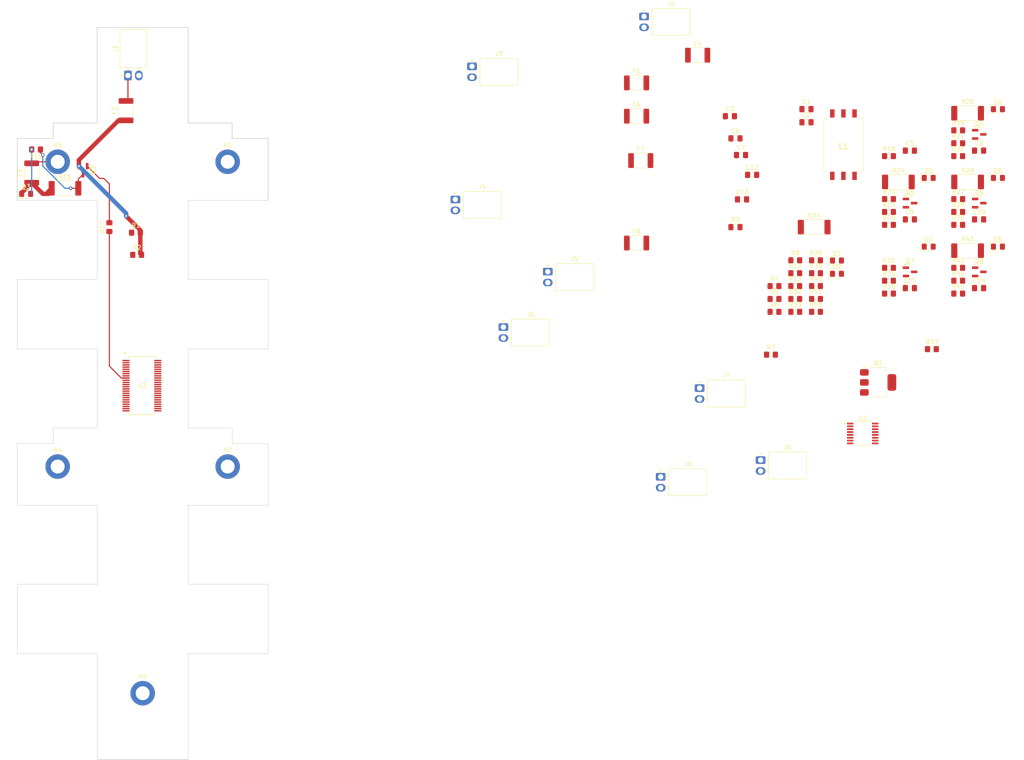
<source format=kicad_pcb>
(kicad_pcb (version 20240108) (generator "pcbnew") (generator_version "8.0")
  (title_block (title "FS-3 Battery Management System Bank Board") (date "2024-09-26") (rev "v1.1"))
  (layers (0 "F.Cu" signal) (31 "B.Cu" signal) (34 "B.Paste" user) (35 "F.Paste" user) (36 "B.SilkS" user "B.Silkscreen") (37 "F.SilkS" user "F.Silkscreen") (38 "B.Mask" user) (39 "F.Mask" user) (44 "Edge.Cuts" user))
  (net 0 "")
  (net 1 "Net-(F3-Pad2)")
  (net 2 "Net-(F4-Pad2)")
  (net 3 "Net-(F5-Pad2)")
  (net 4 "Net-(F6-Pad2)")
  (net 5 "Net-(F7-Pad2)")
  (net 6 "Net-(C1-Pad1)")
  (net 7 "V-")
  (net 8 "/C0")
  (net 9 "VREG")
  (net 10 "/C8")
  (net 11 "/C9-12")
  (net 12 "Net-(U3-VREF2)")
  (net 13 "Net-(U3-VREF1)")
  (net 14 "/C7")
  (net 15 "/C3")
  (net 16 "/C2")
  (net 17 "/C1")
  (net 18 "Net-(C12-Pad2)")
  (net 19 "IsoSPI_N")
  (net 20 "Net-(C13-Pad1)")
  (net 21 "Net-(D1-A)")
  (net 22 "Net-(D3-A)")
  (net 23 "/BB4/B#+1")
  (net 24 "/BB3/B#+1")
  (net 25 "Net-(D4-A)")
  (net 26 "Net-(D5-A)")
  (net 27 "/BB2/B#+1")
  (net 28 "/BB1/B#+1")
  (net 29 "Net-(D6-A)")
  (net 30 "Net-(D7-A)")
  (net 31 "/BB0/B#+1")
  (net 32 "Net-(D8-A)")
  (net 33 "Net-(D9-A)")
  (net 34 "Net-(D9-K)")
  (net 35 "Net-(J1-Pin_1)")
  (net 36 "/BB5/B#+1")
  (net 37 "Net-(J1-Pin_2)")
  (net 38 "/extIsoSPI_N")
  (net 39 "/extIsoSPI_P")
  (net 40 "Net-(J4-Pin_2)")
  (net 41 "Net-(J5-Pin_2)")
  (net 42 "Net-(J6-Pin_2)")
  (net 43 "Net-(J7-Pin_2)")
  (net 44 "Net-(J8-Pin_2)")
  (net 45 "Net-(J9-Pin_2)")
  (net 46 "Net-(L1-Pad3)")
  (net 48 "IsoSPI_P")
  (net 49 "Net-(L1-Pad1)")
  (net 50 "/DRV")
  (net 51 "Net-(Q3-D)")
  (net 52 "Net-(Q3-G)")
  (net 53 "Net-(Q4-D)")
  (net 54 "Net-(Q4-G)")
  (net 55 "Net-(Q5-G)")
  (net 56 "Net-(Q5-D)")
  (net 57 "Net-(Q6-D)")
  (net 58 "Net-(Q6-G)")
  (net 59 "Net-(Q7-G)")
  (net 60 "Net-(Q7-D)")
  (net 61 "Net-(Q8-D)")
  (net 62 "Net-(Q8-G)")
  (net 63 "/V+")
  (net 64 "A2")
  (net 65 "Net-(R5-Pad2)")
  (net 66 "A1")
  (net 67 "A0")
  (net 68 "ICMP")
  (net 69 "IBIAS")
  (net 70 "/S9")
  (net 71 "/S8")
  (net 72 "/S7")
  (net 73 "/S3")
  (net 74 "TEMP")
  (net 75 "/S2")
  (net 76 "MUX_A0")
  (net 77 "MUX_A1")
  (net 78 "MUX_A2")
  (net 79 "/S1")
  (footprint "Resistor_SMD:R_0805_2012Metric_Pad1.20x1.40mm_HandSolder" (layer "F.Cu") (at 204.89 90.52)
    (property "Reference" "R51")
    (property "Value" "160")
  )
  (footprint "Capacitor_SMD:C_0805_2012Metric_Pad1.18x1.45mm_HandSolder" (layer "F.Cu") (at 187.96 64.77)
    (property "Reference" "C13")
    (property "Value" "10nF")
  )
  (footprint "Fuse:Fuse_1812_4532Metric_Pad1.30x3.40mm_HandSolder" (layer "F.Cu") (at 163.83 38.1)
    (property "Reference" "F5")
    (property "Value" "Polyfuse")
  )
  (footprint "Package_TO_SOT_SMD:SOT-23" (layer "F.Cu") (at 242.25 65.625)
    (property "Reference" "Q6")
    (property "Value" "BSS308PE")
  )
  (footprint "MountingHole:MountingHole_3.2mm_M3_DIN965_Pad" (layer "F.Cu") (at 31.3495 56.155)
    (property "Reference" "H5")
    (property "Value" "MountingHole_Pad")
  )
  (footprint "Resistor_SMD:R_0805_2012Metric_Pad1.20x1.40mm_HandSolder" (layer "F.Cu") (at 200.14 84.62)
    (property "Reference" "R13")
    (property "Value" "680")
  )
  (footprint "Connector_Molex:Molex_Nano-Fit_105313-xx02_1x02_P2.50mm_Horizontal" (layer "F.Cu") (at 47.43 36.39 90)
    (property "Reference" "J1")
    (property "Value" "Conn_01x02_Pin")
  )
  (footprint "Connector_Molex:Molex_Nano-Fit_105313-xx02_1x02_P2.50mm_Horizontal" (layer "F.Cu") (at 169.35 128.29)
    (property "Reference" "J9")
    (property "Value" "~")
  )
  (footprint "Resistor_SMD:R_0805_2012Metric_Pad1.20x1.40mm_HandSolder" (layer "F.Cu") (at 26.4 53.34 180)
    (property "Reference" "R15")
    (property "Value" "120")
  )
  (footprint "Package_TO_SOT_SMD:SOT-23" (layer "F.Cu") (at 226.41 81.365)
    (property "Reference" "Q7")
    (property "Value" "BSS308PE")
  )
  (footprint "Resistor_SMD:R_0805_2012Metric_Pad1.20x1.40mm_HandSolder" (layer "F.Cu") (at 204.89 84.62)
    (property "Reference" "R40")
    (property "Value" "22")
  )
  (footprint "Package_TO_SOT_SMD:SOT-223" (layer "F.Cu") (at 219.1 106.68)
    (property "Reference" "Q1")
    (property "Value" "NSV1C201MZ4")
  )
  (footprint "Resistor_SMD:R_0805_2012Metric_Pad1.20x1.40mm_HandSolder" (layer "F.Cu") (at 195.39 87.57)
    (property "Reference" "R5")
    (property "Value" "200")
  )
  (footprint "Connector_Molex:Molex_Nano-Fit_105313-xx02_1x02_P2.50mm_Horizontal" (layer "F.Cu") (at 133.35 94.02)
    (property "Reference" "J6")
    (property "Value" "~")
  )
  (footprint "Resistor_SMD:R_0805_2012Metric_Pad1.20x1.40mm_HandSolder" (layer "F.Cu") (at 221.59 70.6)
    (property "Reference" "R26")
    (property "Value" "100")
  )
  (footprint "Capacitor_SMD:C_0805_2012Metric_Pad1.18x1.45mm_HandSolder" (layer "F.Cu") (at 187.7275 54.61)
    (property "Reference" "C7")
    (property "Value" "1uF")
  )
  (footprint "Resistor_SMD:R_0805_2012Metric_Pad1.20x1.40mm_HandSolder" (layer "F.Cu") (at 221.59 86.34)
    (property "Reference" "R36")
    (property "Value" "100")
  )
  (footprint "Resistor_SMD:R_0805_2012Metric_Pad1.20x1.40mm_HandSolder" (layer "F.Cu") (at 195.39 84.62)
    (property "Reference" "R4")
    (property "Value" "10k")
  )
  (footprint "Resistor_SMD:R_0805_2012Metric_Pad1.20x1.40mm_HandSolder" (layer "F.Cu") (at 194.58 100.33)
    (property "Reference" "R7")
    (property "Value" "10k")
  )
  (footprint "Resistor_SMD:R_0805_2012Metric_Pad1.20x1.40mm_HandSolder" (layer "F.Cu") (at 221.59 83.39)
    (property "Reference" "R35")
    (property "Value" "3.3k")
  )
  (footprint "Resistor_SMD:R_0805_2012Metric_Pad1.20x1.40mm_HandSolder" (layer "F.Cu") (at 237.43 86.34)
    (property "Reference" "R45")
    (property "Value" "100")
  )
  (footprint "Connector_Molex:Molex_Nano-Fit_105313-xx02_1x02_P2.50mm_Horizontal" (layer "F.Cu") (at 122.36 64.79)
    (property "Reference" "J4")
    (property "Value" "~")
  )
  (footprint "Capacitor_SMD:C_0805_2012Metric_Pad1.18x1.45mm_HandSolder" (layer "F.Cu") (at 202.71 44.1)
    (property "Reference" "C1")
    (property "Value" "100nF")
  )
  (footprint "Resistor_SMD:R_2512_6332Metric_Pad1.40x3.35mm_HandSolder" (layer "F.Cu") (at 239.58 45.04)
    (property "Reference" "R20")
    (property "Value" "33")
  )
  (footprint "Resistor_SMD:R_0805_2012Metric_Pad1.20x1.40mm_HandSolder" (layer "F.Cu") (at 49.53 77.47)
    (property "Reference" "R2")
    (property "Value" "100")
  )
  (footprint "Resistor_SMD:R_0805_2012Metric_Pad1.20x1.40mm_HandSolder" (layer "F.Cu") (at 237.43 54.86)
    (property "Reference" "R22")
    (property "Value" "100")
  )
  (footprint "Resistor_SMD:R_0805_2012Metric_Pad1.20x1.40mm_HandSolder" (layer "F.Cu") (at 204.89 81.67)
    (property "Reference" "R39")
    (property "Value" "10k")
  )
  (footprint "Resistor_SMD:R_0805_2012Metric_Pad1.20x1.40mm_HandSolder" (layer "F.Cu") (at 237.43 83.39)
    (property "Reference" "R44")
    (property "Value" "3.3k")
  )
  (footprint "Fuse:Fuse_1812_4532Metric_Pad1.30x3.40mm_HandSolder" (layer "F.Cu") (at 177.8 31.75)
    (property "Reference" "F4")
    (property "Value" "Polyfuse")
  )
  (footprint "Resistor_SMD:R_0805_2012Metric_Pad1.20x1.40mm_HandSolder" (layer "F.Cu") (at 237.43 51.91)
    (property "Reference" "R21")
    (property "Value" "3.3k")
  )
  (footprint "Fuse:Fuse_1812_4532Metric_Pad1.30x3.40mm_HandSolder" (layer "F.Cu") (at 163.83 74.77)
    (property "Reference" "F8")
    (property "Value" "Polyfuse")
  )
  (footprint "Resistor_SMD:R_0805_2012Metric_Pad1.20x1.40mm_HandSolder" (layer "F.Cu") (at 237.43 64.7)
    (property "Reference" "R27")
    (property "Value" "120")
  )
  (footprint "Fuse:Fuse_1812_4532Metric_Pad1.30x3.40mm_HandSolder" (layer "F.Cu") (at 25.4 58.735 90)
    (property "Reference" "F3")
    (property "Value" "Polyfuse")
  )
  (footprint "Resistor_SMD:R_0805_2012Metric_Pad1.20x1.40mm_HandSolder" (layer "F.Cu") (at 231.41 99.06)
    (property "Reference" "R37")
    (property "Value" "10k")
  )
  (footprint "Capacitor_SMD:C_0805_2012Metric_Pad1.18x1.45mm_HandSolder" (layer "F.Cu") (at 242.21 69.35)
    (property "Reference" "C10")
    (property "Value" "10nF")
  )
  (footprint "Connector_Molex:Molex_Nano-Fit_105313-xx02_1x02_P2.50mm_Horizontal" (layer "F.Cu") (at 192.21 124.48)
    (property "Reference" "J8")
    (property "Value" "~")
  )
  (footprint "Connector_Molex:Molex_Nano-Fit_105313-xx02_1x02_P2.50mm_Horizontal" (layer "F.Cu") (at 126.17 34.31)
    (property "Reference" "J3")
    (property "Value" "IsoSPI")
  )
  (footprint "LED_SMD:LED_0805_2012Metric_Pad1.15x1.40mm_HandSolder" (layer "F.Cu") (at 246.525 44.115)
    (property "Reference" "D4")
    (property "Value" "LH R974-LP-1")
  )
  (footprint "Capacitor_SMD:C_0805_2012Metric_Pad1.18x1.45mm_HandSolder" (layer "F.Cu") (at 242.21 53.61)
    (property "Reference" "C8")
    (property "Value" "10nF")
  )
  (footprint "Capacitor_SMD:C_0805_2012Metric_Pad1.18x1.45mm_HandSolder" (layer "F.Cu") (at 226.37 69.35)
    (property "Reference" "C9")
    (property "Value" "10nF")
  )
  (footprint "Resistor_SMD:R_0805_2012Metric_Pad1.20x1.40mm_HandSolder" (layer "F.Cu") (at 221.59 80.44)
    (property "Reference" "R31")
    (property "Value" "120")
  )
  (footprint "Resistor_SMD:R_0805_2012Metric_Pad1.20x1.40mm_HandSolder" (layer "F.Cu") (at 237.43 48.96)
    (property "Reference" "R19")
    (property "Value" "120")
  )
  (footprint "Fuse:Fuse_1812_4532Metric_Pad1.30x3.40mm_HandSolder" (layer "F.Cu") (at 163.83 45.72)
    (property "Reference" "F6")
    (property "Value" "Polyfuse")
  )
  (footprint "Resistor_SMD:R_0805_2012Metric_Pad1.20x1.40mm_HandSolder" (layer "F.Cu") (at 237.43 70.6)
    (property "Reference" "R30")
    (property "Value" "100")
  )
  (footprint "FS_3_Global_Footprint_Library:HM2113ZNLT" (layer "F.Cu") (at 211.165 52.235)
    (property "Reference" "L1")
    (property "Value" "HM2113ZNL" (hide yes))
  )
  (footprint "Resistor_SMD:R_0805_2012Metric_Pad1.20x1.40mm_HandSolder" (layer "F.Cu") (at 221.59 54.86)
    (property "Reference" "R18")
    (property "Value" "100")
  )
  (footprint "Resistor_SMD:R_0805_2012Metric_Pad1.20x1.40mm_HandSolder" (layer "F.Cu") (at 195.39 90.52)
    (property "Reference" "R6")
    (property "Value" "160")
  )
  (footprint "Connector_Molex:Molex_Nano-Fit_105313-xx02_1x02_P2.50mm_Horizontal" (layer "F.Cu") (at 178.24 107.99)
    (property "Reference" "J7")
    (property "Value" "~")
  )
  (footprint "Resistor_SMD:R_2512_6332Metric_Pad1.40x3.35mm_HandSolder" (layer "F.Cu") (at 239.58 60.78)
    (property "Reference" "R28")
    (property "Value" "33")
  )
  (footprint "Resistor_SMD:R_0805_2012Metric_Pad1.20x1.40mm_HandSolder" (layer "F.Cu") (at 200.14 81.67)
    (property "Reference" "R12")
    (property "Value" "1.5k")
  )
  (footprint "Resistor_SMD:R_2512_6332Metric_Pad1.40x3.35mm_HandSolder" (layer "F.Cu") (at 239.58 76.52)
    (property "Reference" "R43")
    (property "Value" "33")
  )
  (footprint "Resistor_SMD:R_0805_2012Metric_Pad1.20x1.40mm_HandSolder" (layer "F.Cu") (at 221.59 64.7)
    (property "Reference" "R23")
    (property "Value" "120")
  )
  (footprint "Connector_Molex:Molex_Nano-Fit_105313-xx02_1x02_P2.50mm_Horizontal" (layer "F.Cu") (at 143.51 81.32)
    (property "Reference" "J5")
    (property "Value" "~")
  )
  (footprint "Package_TO_SOT_SMD:SOT-23" (layer "F.Cu") (at 242.25 49.885)
    (property "Reference" "Q4")
    (property "Value" "BSS308PE")
  )
  (footprint "Package_SO:TSSOP-16_4.4x5mm_P0.65mm" (layer "F.Cu") (at 215.5775 118.375)
    (property "Reference" "U2")
    (property "Value" "ADG708")
  )
  (footprint "Resistor_SMD:R_0805_2012Metric_Pad1.20x1.40mm_HandSolder" (layer "F.Cu") (at 200.14 78.72)
    (property "Reference" "R8")
    (property "Value" "10k")
  )
  (footprint "Resistor_SMD:R_2512_6332Metric_Pad1.40x3.35mm_HandSolder" (layer "F.Cu") (at 33.02 62.23)
    (property "Reference" "R16")
    (property "Value" "33")
  )
  (footprint "Connector_Molex:Molex_Nano-Fit_105313-xx02_1x02_P2.50mm_Horizontal" (layer "F.Cu") (at 165.54 22.88)
    (property "Reference" "J2")
    (property "Value" "IsoSPI")
  )
  (footprint "LED_SMD:LED_0805_2012Metric_Pad1.15x1.40mm_HandSolder" (layer "F.Cu") (at 230.685 75.595)
    (property "Reference" "D7")
    (property "Value" "LH R974-LP-1")
  )
  (footprint "FS_3_Global_Footprint_Library:LTC6811-2" (layer "F.Cu") (at 50.6222 107.430001)
    (property "Reference" "U3")
    (property "Value" "LTC6811IG-2-TRPBF")
  )
  (footprint "Resistor_SMD:R_2512_6332Metric_Pad1.40x3.35mm_HandSolder" (layer "F.Cu") (at 223.74 60.78)
    (property "Reference" "R24")
    (property "Value" "33")
  )
  (footprint "Capacitor_SMD:C_0805_2012Metric_Pad1.18x1.45mm_HandSolder" (layer "F.Cu") (at 186.4575 50.8)
    (property "Reference" "C6")
    (property "Value" "1uF")
  )
  (footprint "Resistor_SMD:R_0805_2012Metric_Pad1.20x1.40mm_HandSolder" (layer "F.Cu") (at 221.59 67.65)
    (property "Reference" "R25")
    (property "Value" "3.3k")
  )
  (footprint "Capacitor_SMD:C_0805_2012Metric_Pad1.18x1.45mm_HandSolder" (layer "F.Cu") (at 242.21 85.09)
    (property "Reference" "C14")
    (property "Value" "10nF")
  )
  (footprint "Resistor_SMD:R_0805_2012Metric_Pad1.20x1.40mm_HandSolder" (layer "F.Cu") (at 49.26 72.39)
    (property "Reference" "R1")
    (property "Value" "100")
  )
  (footprint "Resistor_SMD:R_0805_2012Metric_Pad1.20x1.40mm_HandSolder" (layer "F.Cu") (at 200.14 87.57)
    (property "Reference" "R32")
    (property "Value" "402")
  )
  (footprint "Package_TO_SOT_SMD:SOT-23" (layer "F.Cu") (at 37.15 58.0875 -90)
    (property "Reference" "Q3")
    (property "Value" "BSS308PE")
  )
  (footprint "Package_TO_SOT_SMD:SOT-23" (layer "F.Cu") (at 226.41 65.625)
    (property "Reference" "Q5")
    (property "Value" "BSS308PE")
  )
  (footprint "LED_SMD:LED_0805_2012Metric_Pad1.15x1.40mm_HandSolder" (layer "F.Cu") (at 24.13 63.5)
    (property "Reference" "D3")
    (property "Value" "LH R974-LP-1")
  )
  (footprint "Resistor_SMD:R_2512_6332Metric_Pad1.40x3.35mm_HandSolder" (layer "F.Cu") (at 204.47 71.12)
    (property "Reference" "R34")
    (property "Value" "33")
  )
  (footprint "MountingHole:MountingHole_3.2mm_M3_DIN965_Pad" (layer "F.Cu") (at 70.2505 56.155)
    (property "Reference" "H1")
    (property "Value" "MountingHole_Pad")
  )
  (footprint "Capacitor_SMD:C_0805_2012Metric_Pad1.18x1.45mm_HandSolder" (layer "F.Cu") (at 226.37 85.09)
    (property "Reference" "C11")
    (property "Value" "10nF")
  )
  (footprint "Fuse:Fuse_1812_4532Metric_Pad1.30x3.40mm_HandSolder" (layer "F.Cu") (at 46.99 44.45 90)
    (property "Reference" "F2")
    (property "Value" "Polyfuse")
  )
  (footprint "LED_SMD:LED_0805_2012Metric_Pad1.15x1.40mm_HandSolder" (layer "F.Cu") (at 246.525 75.595)
    (property "Reference" "D8")
    (property "Value" "LH R974-LP-1")
  )
  (footprint "LED_SMD:LED_0805_2012Metric_Pad1.15x1.40mm_HandSolder" (layer "F.Cu") (at 209.685 81.805)
    (property "Reference" "D9")
    (property "Value" "LH R974-LP-1")
  )
  (footprint "Resistor_SMD:R_0805_2012Metric_Pad1.20x1.40mm_HandSolder" (layer "F.Cu") (at 237.43 80.44)
    (property "Reference" "R42")
    (property "Value" "120")
  )
  (footprint "LED_SMD:LED_0805_2012Metric_Pad1.15x1.40mm_HandSolder" (layer "F.Cu") (at 246.525 59.855)
    (property "Reference" "D6")
    (property "Value" "LH R974-LP-1")
  )
  (footprint "Package_TO_SOT_SMD:SOT-23" (layer "F.Cu") (at 242.25 81.365)
    (property "Reference" "Q8")
    (property "Value" "BSS308PE")
  )
  (footprint "Resistor_SMD:R_0805_2012Metric_Pad1.20x1.40mm_HandSolder" (layer "F.Cu") (at 204.89 87.57)
    (property "Reference" "R41")
    (property "Value" "22")
  )
  (footprint "Capacitor_SMD:C_0805_2012Metric_Pad1.18x1.45mm_HandSolder" (layer "F.Cu") (at 226.37 53.61)
    (property "Reference" "C5")
    (property "Value" "10nF")
  )
  (footprint "Resistor_SMD:R_0805_2012Metric_Pad1.20x1.40mm_HandSolder" (layer "F.Cu") (at 204.89 78.72)
    (property "Reference" "R38")
    (property "Value" "10k")
  )
  (footprint "Capacitor_SMD:C_0805_2012Metric_Pad1.18x1.45mm_HandSolder" (layer "F.Cu") (at 186.4575 71.12)
    (property "Reference" "R3")
    (property "Value" "100")
  )
  (footprint "LED_SMD:LED_0805_2012Metric_Pad1.15x1.40mm_HandSolder" (layer "F.Cu") (at 209.685 78.765)
    (property "Reference" "D1")
    (property "Value" "LH R974-LP-1")
  )
  (footprint "MountingHole:MountingHole_3.2mm_M3_DIN965_Pad" (layer "F.Cu") (at 70.2505 125.955)
    (property "Reference" "H2")
    (property "Value" "MountingHole_Pad")
  )
  (footprint "Capacitor_SMD:C_0805_2012Metric_Pad1.18x1.45mm_HandSolder" (layer "F.Cu") (at 190.2675 59.15)
    (property "Reference" "C12")
    (property "Value" "15pF")
  )
  (footprint "MountingHole:MountingHole_3.2mm_M3_DIN965_Pad" (layer "F.Cu") (at 50.7995 177.855)
    (property "Reference" "H3")
    (property "Value" "MountingHole_Pad")
  )
  (footprint "Resistor_SMD:R_0805_2012Metric_Pad1.20x1.40mm_HandSolder" (layer "F.Cu") (at 200.14 90.52)
    (property "Reference" "R33")
    (property "Value" "2.2k")
  )
  (footprint "MountingHole:MountingHole_3.2mm_M3_DIN965_Pad" (layer "F.Cu") (at 31.3495 125.955)
    (property "Reference" "H4")
    (property "Value" "MountingHole_Pad")
  )
  (footprint "Resistor_SMD:R_0805_2012Metric_Pad1.20x1.40mm_HandSolder" (layer "F.Cu") (at 43.18 71.12 90)
    (property "Reference" "R17")
    (property "Value" "3.3k")
  )
  (footprint "Capacitor_SMD:C_0805_2012Metric_Pad1.18x1.45mm_HandSolder" (layer "F.Cu") (at 185.1875 45.72)
    (property "Reference" "C3")
    (property "Value" "1uF")
  )
  (footprint "Resistor_SMD:R_0805_2012Metric_Pad1.20x1.40mm_HandSolder" (layer "F.Cu") (at 237.43 67.65)
    (property "Reference" "R29")
    (property "Value" "3.3k")
  )
  (footprint "Fuse:Fuse_1812_4532Metric_Pad1.30x3.40mm_HandSolder" (layer "F.Cu") (at 164.785 55.88)
    (property "Reference" "F7")
    (property "Value" "Polyfuse")
  )
  (footprint "LED_SMD:LED_0805_2012Metric_Pad1.15x1.40mm_HandSolder" (layer "F.Cu") (at 230.685 59.855)
    (property "Reference" "D5")
    (property "Value" "LH R974-LP-1")
  )
  (footprint "Capacitor_SMD:C_0805_2012Metric_Pad1.18x1.45mm_HandSolder" (layer "F.Cu") (at 202.71 47.11)
    (property "Reference" "C2")
    (property "Value" "10nF")
  )
  (gr_line (start 22.0895 65.015) (end 40.3895 65.015) (stroke (width 0.1)) (layer "Edge.Cuts"))
  (gr_line (start 40.3895 25.4) (end 61.2105 25.4) (stroke (width 0.15)) (layer "Edge.Cuts"))
  (gr_line (start 79.5105 65.015) (end 61.2105 65.015) (stroke (width 0.1)) (layer "Edge.Cuts"))
  (gr_line (start 40.3895 65.015) (end 40.3895 83.095) (stroke (width 0.1)) (layer "Edge.Cuts"))
  (gr_line (start 22.0895 152.895) (end 40.3895 152.895) (stroke (width 0.1)) (layer "Edge.Cuts"))
  (gr_line (start 61.2105 65.015) (end 61.2105 83.095) (stroke (width 0.1)) (layer "Edge.Cuts"))
  (gr_line (start 40.3895 25.4) (end 40.3895 47.295) (stroke (width 0.15)) (layer "Edge.Cuts"))
  (gr_line (start 30.3195 120.702) (end 22.0895 120.702) (stroke (width 0.1)) (layer "Edge.Cuts"))
  (gr_line (start 22.0895 50.826) (end 22.0895 65.015) (stroke (width 0.15)) (layer "Edge.Cuts"))
  (gr_line (start 61.2105 168.815) (end 79.5105 168.815) (stroke (width 0.1)) (layer "Edge.Cuts"))
  (gr_line (start 22.0895 168.815) (end 22.0895 152.895) (stroke (width 0.1)) (layer "Edge.Cuts"))
  (gr_line (start 61.2105 117.095) (end 71.2805 117.095) (stroke (width 0.1)) (layer "Edge.Cuts"))
  (gr_line (start 22.0895 99.015) (end 40.3895 99.015) (stroke (width 0.1)) (layer "Edge.Cuts"))
  (gr_line (start 40.3895 117.095) (end 30.3195 117.095) (stroke (width 0.1)) (layer "Edge.Cuts"))
  (gr_line (start 30.3195 117.095) (end 30.3195 120.702) (stroke (width 0.1)) (layer "Edge.Cuts"))
  (gr_line (start 71.2805 50.826) (end 79.5105 50.826) (stroke (width 0.15)) (layer "Edge.Cuts"))
  (gr_line (start 79.5105 120.702) (end 79.5105 134.815) (stroke (width 0.1)) (layer "Edge.Cuts"))
  (gr_line (start 71.2805 120.702) (end 79.5105 120.702) (stroke (width 0.1)) (layer "Edge.Cuts"))
  (gr_line (start 79.5105 99.015) (end 61.2105 99.015) (stroke (width 0.1)) (layer "Edge.Cuts"))
  (gr_line (start 40.3895 134.815) (end 40.3895 152.895) (stroke (width 0.1)) (layer "Edge.Cuts"))
  (gr_line (start 30.3195 50.826) (end 30.3195 47.295) (stroke (width 0.15)) (layer "Edge.Cuts"))
  (gr_line (start 79.5105 50.826) (end 79.5105 65.015) (stroke (width 0.15)) (layer "Edge.Cuts"))
  (gr_line (start 71.2805 47.295) (end 61.2105 47.295) (stroke (width 0.15)) (layer "Edge.Cuts"))
  (gr_line (start 40.3895 99.015) (end 40.3895 117.095) (stroke (width 0.1)) (layer "Edge.Cuts"))
  (gr_line (start 40.3895 168.815) (end 22.0895 168.815) (stroke (width 0.1)) (layer "Edge.Cuts"))
  (gr_line (start 79.5105 134.815) (end 61.2105 134.815) (stroke (width 0.1)) (layer "Edge.Cuts"))
  (gr_line (start 71.2805 50.826) (end 71.2805 47.295) (stroke (width 0.15)) (layer "Edge.Cuts"))
  (gr_line (start 79.5105 83.095) (end 79.5105 99.015) (stroke (width 0.1)) (layer "Edge.Cuts"))
  (gr_line (start 22.0895 134.815) (end 40.3895 134.815) (stroke (width 0.1)) (layer "Edge.Cuts"))
  (gr_line (start 40.3895 83.095) (end 22.0895 83.095) (stroke (width 0.1)) (layer "Edge.Cuts"))
  (gr_line (start 61.2105 193.065) (end 61.2105 168.815) (stroke (width 0.1)) (layer "Edge.Cuts"))
  (gr_line (start 40.3895 193.065) (end 40.3895 168.815) (stroke (width 0.1)) (layer "Edge.Cuts"))
  (gr_line (start 61.2105 99.015) (end 61.2105 117.095) (stroke (width 0.1)) (layer "Edge.Cuts"))
  (gr_line (start 40.3895 193.065) (end 61.2105 193.065) (stroke (width 0.15)) (layer "Edge.Cuts"))
  (gr_line (start 30.3195 50.826) (end 22.0895 50.826) (stroke (width 0.15)) (layer "Edge.Cuts"))
  (gr_line (start 79.5105 168.815) (end 79.5105 152.895) (stroke (width 0.1)) (layer "Edge.Cuts"))
  (gr_line (start 71.2805 117.095) (end 71.2805 120.702) (stroke (width 0.1)) (layer "Edge.Cuts"))
  (gr_line (start 79.5105 152.895) (end 61.2105 152.895) (stroke (width 0.1)) (layer "Edge.Cuts"))
  (gr_line (start 22.0895 120.702) (end 22.0895 134.815) (stroke (width 0.1)) (layer "Edge.Cuts"))
  (gr_line (start 30.3195 47.295) (end 40.3895 47.295) (stroke (width 0.15)) (layer "Edge.Cuts"))
  (gr_line (start 22.0895 83.095) (end 22.0895 99.015) (stroke (width 0.1)) (layer "Edge.Cuts"))
  (gr_line (start 61.2105 83.095) (end 79.5105 83.095) (stroke (width 0.1)) (layer "Edge.Cuts"))
  (gr_line (start 61.2105 134.815) (end 61.2105 152.895) (stroke (width 0.1)) (layer "Edge.Cuts"))
  (gr_line (start 61.2105 25.4) (end 61.2105 47.295) (stroke (width 0.15)) (layer "Edge.Cuts"))
  (segment (start 25.755 56.155) (end 25.4 56.51) (width 0.25) (layer "F.Cu") (net 1))
  (segment (start 31.3495 56.155) (end 25.755 56.155) (width 0.25) (layer "F.Cu") (net 1))
  (via (at 25.4 53.34) (size 0.8) (drill 0.4) (layers "F.Cu" "B.Cu") (net 22))
  (via (at 25.4 53.34) (size 0.8) (drill 0.4) (layers "F.Cu" "B.Cu") (net 22))
  (via (at 25.4 53.34) (size 0.8) (drill 0.4) (layers "F.Cu" "B.Cu") (net 22))
  (via (at 25.4 53.34) (size 0.8) (drill 0.4) (layers "F.Cu" "B.Cu") (net 22))
  (segment (start 25.4 53.34) (end 25.4 63.5) (width 0.25) (layer "B.Cu") (net 22))
  (segment (start 25.4 60.96) (end 27.94 63.5) (width 1) (layer "F.Cu") (net 23))
  (segment (start 23.105 63.5) (end 23.105 63.255) (width 1) (layer "F.Cu") (net 23))
  (segment (start 29.21 62.99) (end 29.97 62.23) (width 1) (layer "F.Cu") (net 23))
  (segment (start 23.105 63.255) (end 25.4 60.96) (width 1) (layer "F.Cu") (net 23))
  (segment (start 27.94 63.5) (end 29.21 63.5) (width 1) (layer "F.Cu") (net 23))
  (segment (start 29.21 63.5) (end 29.21 62.99) (width 1) (layer "F.Cu") (net 23))
  (segment (start 47.43 41.785) (end 46.99 42.225) (width 0.25) (layer "F.Cu") (net 35))
  (segment (start 47.43 36.39) (end 47.43 41.785) (width 0.25) (layer "F.Cu") (net 35))
  (segment (start 45.29 46.675) (end 36.2 55.765) (width 1) (layer "F.Cu") (net 36))
  (segment (start 50.26 77.2) (end 50.53 77.47) (width 1) (layer "F.Cu") (net 36))
  (segment (start 50.26 71.85) (end 50.26 72.39) (width 1) (layer "F.Cu") (net 36))
  (segment (start 46.99 46.675) (end 45.29 46.675) (width 1) (layer "F.Cu") (net 36))
  (segment (start 46.99 68.58) (end 50.26 71.85) (width 1) (layer "F.Cu") (net 36))
  (segment (start 50.26 72.39) (end 50.26 77.2) (width 1) (layer "F.Cu") (net 36))
  (segment (start 36.2 55.765) (end 36.2 57.15) (width 1) (layer "F.Cu") (net 36))
  (via (at 46.99 68.58) (size 0.8) (drill 0.4) (layers "F.Cu" "B.Cu") (net 36))
  (via (at 36.2 57.15) (size 0.8) (drill 0.4) (layers "F.Cu" "B.Cu") (net 36))
  (segment (start 36.2 57.15) (end 46.99 67.94) (width 1) (layer "B.Cu") (net 36))
  (segment (start 46.99 67.94) (end 46.99 68.58) (width 1) (layer "B.Cu") (net 36))
  (segment (start 27.4 53.34) (end 27.4 54.07) (width 0.25) (layer "F.Cu") (net 51))
  (segment (start 36.07 60.105) (end 37.15 59.025) (width 0.25) (layer "F.Cu") (net 51))
  (segment (start 27.4 54.07) (end 27.94 54.61) (width 0.25) (layer "F.Cu") (net 51))
  (segment (start 36.07 62.23) (end 36.07 60.105) (width 0.25) (layer "F.Cu") (net 51))
  (segment (start 34.29 62.23) (end 36.07 62.23) (width 0.25) (layer "F.Cu") (net 51))
  (via (at 27.94 54.61) (size 0.8) (drill 0.4) (layers "F.Cu" "B.Cu") (net 51))
  (via (at 27.94 54.61) (size 0.8) (drill 0.4) (layers "F.Cu" "B.Cu") (net 51))
  (via (at 34.29 62.23) (size 0.8) (drill 0.4) (layers "F.Cu" "B.Cu") (net 51))
  (segment (start 27.94 57.133522) (end 27.94 54.61) (width 0.25) (layer "B.Cu") (net 51))
  (segment (start 34.29 62.23) (end 33.036478 62.23) (width 0.25) (layer "B.Cu") (net 51))
  (segment (start 33.036478 62.23) (end 27.94 57.133522) (width 0.25) (layer "B.Cu") (net 51))
  (segment (start 38.1 57.15) (end 40.91 59.96) (width 0.25) (layer "F.Cu") (net 52))
  (segment (start 41.91 59.96) (end 43.18 61.23) (width 0.25) (layer "F.Cu") (net 52))
  (segment (start 40.91 59.96) (end 41.91 59.96) (width 0.25) (layer "F.Cu") (net 52))
  (segment (start 43.18 61.23) (end 43.18 70.12) (width 0.25) (layer "F.Cu") (net 52))
  (segment (start 45.906502 105.680002) (end 46.99 105.680002) (width 0.25) (layer "F.Cu") (net 70))
  (segment (start 43.18 102.9535) (end 45.906502 105.680002) (width 0.25) (layer "F.Cu") (net 70))
  (segment (start 43.18 72.12) (end 43.18 102.9535) (width 0.25) (layer "F.Cu") (net 70))
)
</source>
